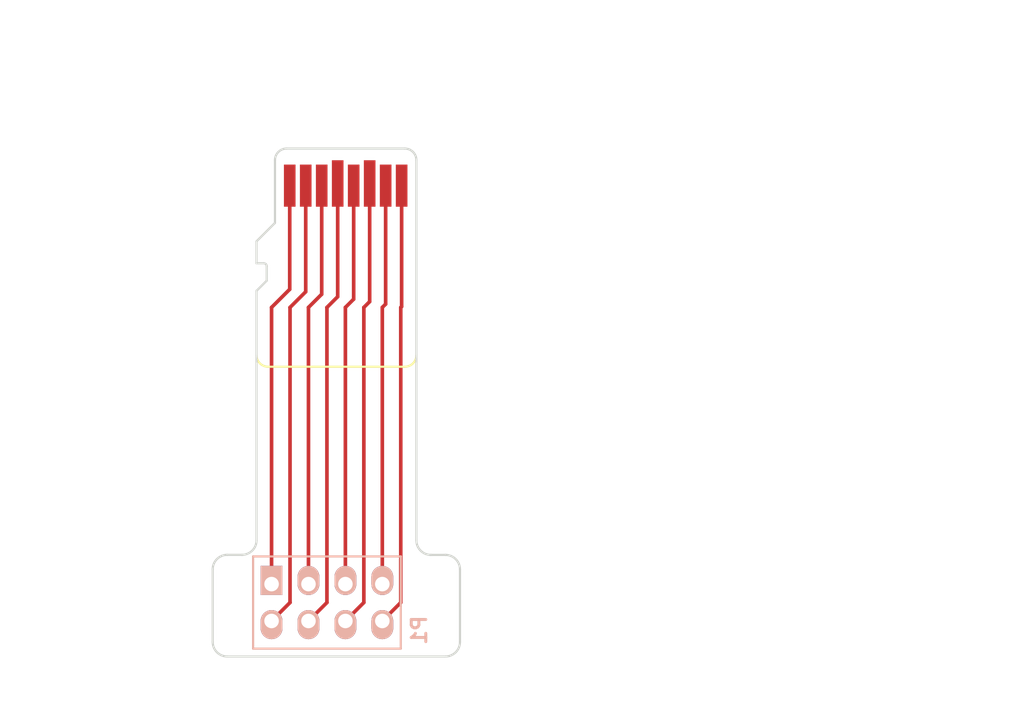
<source format=kicad_pcb>
(kicad_pcb (version 4) (host pcbnew 4.0.2-stable)

  (general
    (links 8)
    (no_connects 0)
    (area 141.924999 89.949937 159.090001 125.075001)
    (thickness 1.6)
    (drawings 38)
    (tracks 28)
    (zones 0)
    (modules 2)
    (nets 9)
  )

  (page A4)
  (title_block
    (title "Micro SD card adapter")
    (date 2016-02-26)
    (rev 1)
    (company SRPOL)
    (comment 1 "Author: Adam Malinowski <a.malinowsk2@partner.samsung.com>")
    (comment 2 "Copyright (c) 2016 Samsung Electronics Co., Ltd All Rights Reserved")
  )

  (layers
    (0 F.Cu signal)
    (31 B.Cu signal)
    (32 B.Adhes user)
    (33 F.Adhes user)
    (34 B.Paste user)
    (35 F.Paste user)
    (36 B.SilkS user)
    (37 F.SilkS user)
    (38 B.Mask user)
    (39 F.Mask user)
    (40 Dwgs.User user)
    (41 Cmts.User user)
    (42 Eco1.User user)
    (43 Eco2.User user)
    (44 Edge.Cuts user)
    (45 Margin user)
    (46 B.CrtYd user)
    (47 F.CrtYd user)
    (48 B.Fab user)
    (49 F.Fab user)
  )

  (setup
    (last_trace_width 0.25)
    (trace_clearance 0.1524)
    (zone_clearance 0.508)
    (zone_45_only no)
    (trace_min 0.1524)
    (segment_width 0.15)
    (edge_width 0.15)
    (via_size 0.6)
    (via_drill 0.4)
    (via_min_size 0.4)
    (via_min_drill 0.3)
    (uvia_size 0.3)
    (uvia_drill 0.1)
    (uvias_allowed no)
    (uvia_min_size 0.2)
    (uvia_min_drill 0.1)
    (pcb_text_width 0.3)
    (pcb_text_size 1.5 1.5)
    (mod_edge_width 0.15)
    (mod_text_size 1 1)
    (mod_text_width 0.15)
    (pad_size 0.8 2.9)
    (pad_drill 0)
    (pad_to_mask_clearance 0.2)
    (aux_axis_origin 0 0)
    (visible_elements FFFFFF7F)
    (pcbplotparams
      (layerselection 0x010f0_80000001)
      (usegerberextensions true)
      (excludeedgelayer true)
      (linewidth 0.200000)
      (plotframeref false)
      (viasonmask false)
      (mode 1)
      (useauxorigin false)
      (hpglpennumber 1)
      (hpglpenspeed 20)
      (hpglpendiameter 15)
      (hpglpenoverlay 2)
      (psnegative false)
      (psa4output false)
      (plotreference true)
      (plotvalue true)
      (plotinvisibletext false)
      (padsonsilk true)
      (subtractmaskfromsilk false)
      (outputformat 1)
      (mirror false)
      (drillshape 0)
      (scaleselection 1)
      (outputdirectory fabrication-files/))
  )

  (net 0 "")
  (net 1 /N8)
  (net 2 /N7)
  (net 3 /N6)
  (net 4 /N5)
  (net 5 /N4)
  (net 6 /N3)
  (net 7 /N2)
  (net 8 /N1)

  (net_class Default "This is the default net class."
    (clearance 0.1524)
    (trace_width 0.25)
    (via_dia 0.6)
    (via_drill 0.4)
    (uvia_dia 0.3)
    (uvia_drill 0.1)
    (add_net /N1)
    (add_net /N2)
    (add_net /N3)
    (add_net /N4)
    (add_net /N5)
    (add_net /N6)
    (add_net /N7)
    (add_net /N8)
  )

  (module connectors:PSB_IDC_4x2 (layer B.Cu) (tedit 57681E36) (tstamp 57681FCA)
    (at 149.86 121.285)
    (descr "PINS Box 4x2 2.54")
    (tags "CONN DEV")
    (path /561E0431)
    (fp_text reference P1 (at 6.35 1.905 270) (layer B.SilkS)
      (effects (font (size 1 1) (thickness 0.2032)) (justify mirror))
    )
    (fp_text value CONN_02X04 (at 0 -4.445) (layer B.SilkS) hide
      (effects (font (size 1 1) (thickness 0.2032)) (justify mirror))
    )
    (fp_line (start -5.08 3.175) (end 5.08 3.175) (layer B.SilkS) (width 0.15))
    (fp_line (start 5.08 3.175) (end 5.08 -3.175) (layer B.SilkS) (width 0.15))
    (fp_line (start 5.08 -3.175) (end -5.08 -3.175) (layer B.SilkS) (width 0.15))
    (fp_line (start -5.08 -3.175) (end -5.08 3.175) (layer B.SilkS) (width 0.15))
    (pad 8 thru_hole oval (at 3.81 1.27) (size 1.5 2) (drill 1 (offset 0 0.25)) (layers *.Cu *.Mask B.SilkS)
      (net 1 /N8))
    (pad 7 thru_hole oval (at 3.81 -1.27) (size 1.5 2) (drill 1 (offset 0 -0.25)) (layers *.Cu *.Mask B.SilkS)
      (net 2 /N7))
    (pad 1 thru_hole rect (at -3.81 -1.27) (size 1.5 2) (drill 1 (offset 0 -0.25)) (layers *.Cu *.Mask B.SilkS)
      (net 8 /N1))
    (pad 2 thru_hole oval (at -3.81 1.27) (size 1.5 2) (drill 1 (offset 0 0.25)) (layers *.Cu *.Mask B.SilkS)
      (net 7 /N2))
    (pad 3 thru_hole oval (at -1.27 -1.27) (size 1.5 2) (drill 1 (offset 0 -0.25)) (layers *.Cu *.Mask B.SilkS)
      (net 6 /N3))
    (pad 4 thru_hole oval (at -1.27 1.27) (size 1.5 2) (drill 1 (offset 0 0.25)) (layers *.Cu *.Mask B.SilkS)
      (net 5 /N4))
    (pad 5 thru_hole oval (at 1.27 -1.27) (size 1.5 2) (drill 1 (offset 0 -0.25)) (layers *.Cu *.Mask B.SilkS)
      (net 4 /N5))
    (pad 6 thru_hole oval (at 1.27 1.27) (size 1.5 2) (drill 1 (offset 0 0.25)) (layers *.Cu *.Mask B.SilkS)
      (net 3 /N6))
  )

  (module connectors:usd (layer F.Cu) (tedit 561E0908) (tstamp 561EEEF7)
    (at 147.3 92.58)
    (path /561E06AA)
    (fp_text reference J1 (at 3.79 2.35) (layer F.SilkS) hide
      (effects (font (size 1 1) (thickness 0.15)))
    )
    (fp_text value usd-plug (at 3.64 -2.55) (layer F.Fab) hide
      (effects (font (size 1 1) (thickness 0.15)))
    )
    (pad 8 smd rect (at 7.7 0) (size 0.8 2.9) (layers F.Cu F.Paste F.Mask)
      (net 1 /N8))
    (pad 7 smd rect (at 6.6 0) (size 0.8 2.9) (layers F.Cu F.Paste F.Mask)
      (net 2 /N7))
    (pad 6 smd rect (at 5.5 -0.15) (size 0.8 3.2) (layers F.Cu F.Paste F.Mask)
      (net 3 /N6))
    (pad 5 smd rect (at 4.4 0) (size 0.8 2.9) (layers F.Cu F.Paste F.Mask)
      (net 4 /N5))
    (pad 4 smd rect (at 3.3 -0.15) (size 0.8 3.2) (layers F.Cu F.Paste F.Mask)
      (net 5 /N4))
    (pad 3 smd rect (at 2.2 0) (size 0.8 2.9) (layers F.Cu F.Paste F.Mask)
      (net 6 /N3))
    (pad 2 smd rect (at 1.1 0) (size 0.8 2.9) (layers F.Cu F.Paste F.Mask)
      (net 7 /N2))
    (pad 1 smd rect (at 0 0) (size 0.8 2.9) (layers F.Cu F.Paste F.Mask)
      (net 8 /N1))
  )

  (gr_line (start 144.015 118) (end 143 118) (angle 90) (layer Edge.Cuts) (width 0.15))
  (gr_line (start 157.015 118.005) (end 158.025 118.005) (angle 90) (layer Edge.Cuts) (width 0.15))
  (gr_arc (start 143 124) (end 143 125) (angle 90) (layer Edge.Cuts) (width 0.15))
  (gr_arc (start 143 119) (end 142 119) (angle 90) (layer Edge.Cuts) (width 0.15))
  (gr_arc (start 158.015 124) (end 159.015 124) (angle 90) (layer Edge.Cuts) (width 0.15))
  (gr_arc (start 158.015 119.005) (end 158.015 118.005) (angle 90) (layer Edge.Cuts) (width 0.15))
  (gr_arc (start 157.015 117.005) (end 157.015 118.005) (angle 90) (layer Edge.Cuts) (width 0.15))
  (gr_line (start 158.015 125) (end 143 125) (angle 90) (layer Edge.Cuts) (width 0.15))
  (gr_line (start 159.015 119.005) (end 159.015 124) (angle 90) (layer Edge.Cuts) (width 0.15))
  (gr_line (start 142 119) (end 142 124) (angle 90) (layer Edge.Cuts) (width 0.15))
  (gr_arc (start 144.015 117) (end 145.015 117) (angle 90) (layer Edge.Cuts) (width 0.15))
  (dimension 17 (width 0.3) (layer Dwgs.User)
    (gr_text "17.000 mm" (at 150.5 130.35) (layer Dwgs.User)
      (effects (font (size 1.5 1.5) (thickness 0.3)))
    )
    (feature1 (pts (xy 159 127) (xy 159 131.7)))
    (feature2 (pts (xy 142 127) (xy 142 131.7)))
    (crossbar (pts (xy 142 129) (xy 159 129)))
    (arrow1a (pts (xy 159 129) (xy 157.873496 129.586421)))
    (arrow1b (pts (xy 159 129) (xy 157.873496 128.413579)))
    (arrow2a (pts (xy 142 129) (xy 143.126504 129.586421)))
    (arrow2b (pts (xy 142 129) (xy 143.126504 128.413579)))
  )
  (dimension 35 (width 0.3) (layer Dwgs.User)
    (gr_text "35.000 mm" (at 133.65 107.5 270) (layer Dwgs.User)
      (effects (font (size 1.5 1.5) (thickness 0.3)))
    )
    (feature1 (pts (xy 147 125) (xy 132.3 125)))
    (feature2 (pts (xy 147 90) (xy 132.3 90)))
    (crossbar (pts (xy 135 90) (xy 135 125)))
    (arrow1a (pts (xy 135 125) (xy 134.413579 123.873496)))
    (arrow1b (pts (xy 135 125) (xy 135.586421 123.873496)))
    (arrow2a (pts (xy 135 90) (xy 134.413579 91.126504)))
    (arrow2b (pts (xy 135 90) (xy 135.586421 91.126504)))
  )
  (gr_line (start 156.4 89.95) (end 157.3 89.6) (layer Cmts.User) (width 0.15))
  (gr_line (start 156.4 89.95) (end 156.75 89.05) (layer Cmts.User) (width 0.15))
  (gr_text "2. Contacts coppered with gold" (at 179.55 83.4) (layer Cmts.User)
    (effects (font (size 1.5 1.5) (thickness 0.1)))
  )
  (gr_line (start 161.65 84.6) (end 197.75 84.6) (layer Cmts.User) (width 0.15))
  (gr_line (start 156.4 89.95) (end 161.65 84.6) (layer Cmts.User) (width 0.15))
  (gr_line (start 156.75 89.55) (end 145.75 89.55) (layer Cmts.User) (width 0.15))
  (gr_line (start 156.75 94.55) (end 156.75 89.55) (layer Cmts.User) (width 0.15))
  (gr_line (start 145.75 94.55) (end 156.75 94.55) (layer Cmts.User) (width 0.15))
  (gr_line (start 145.75 89.55) (end 145.75 94.55) (layer Cmts.User) (width 0.15))
  (gr_text "1. Board thickness: 0.8mm" (at 176.95 80.85) (layer Cmts.User)
    (effects (font (size 1.5 1.5) (thickness 0.1)))
  )
  (gr_line (start 145.82 105.05) (end 155.215 105.05) (angle 90) (layer F.SilkS) (width 0.15) (tstamp 561EF05F))
  (gr_arc (start 145.815 104.25) (end 145.815 105.05) (angle 90) (layer F.SilkS) (width 0.15) (tstamp 561EF059))
  (gr_arc (start 155.215 104.25) (end 156.015 104.25) (angle 90) (layer F.SilkS) (width 0.15) (tstamp 561EF051))
  (gr_arc (start 145.515 98.125) (end 145.715 98.125) (angle -90) (layer Edge.Cuts) (width 0.15))
  (gr_line (start 146.285 95.145) (end 146.285 90.825) (angle 90) (layer Edge.Cuts) (width 0.15))
  (gr_line (start 145.715 99.125) (end 145.015 99.825) (angle 90) (layer Edge.Cuts) (width 0.15))
  (gr_line (start 145.715 98.125) (end 145.715 99.125) (angle 90) (layer Edge.Cuts) (width 0.15))
  (gr_line (start 145.015 97.925) (end 145.515 97.925) (angle 90) (layer Edge.Cuts) (width 0.15))
  (gr_line (start 145.015 96.425) (end 145.015 97.925) (angle 90) (layer Edge.Cuts) (width 0.15))
  (gr_line (start 146.285 95.145) (end 145.015 96.415) (angle 90) (layer Edge.Cuts) (width 0.15))
  (gr_arc (start 147.085 90.825) (end 147.085 90.025) (angle -90) (layer Edge.Cuts) (width 0.15))
  (gr_arc (start 155.215 90.825) (end 156.015 90.815) (angle -90) (layer Edge.Cuts) (width 0.15))
  (gr_line (start 156.015 117) (end 156.015 90.825) (angle 90) (layer Edge.Cuts) (width 0.15))
  (gr_line (start 145.015 99.825) (end 145.015 117) (angle 90) (layer Edge.Cuts) (width 0.15))
  (gr_line (start 155.215 90.025) (end 147.085 90.025) (angle 90) (layer Edge.Cuts) (width 0.15))

  (segment (start 155 92.58) (end 155 100.905) (width 0.25) (layer F.Cu) (net 1))
  (segment (start 154.94 121.285) (end 153.67 122.555) (width 0.25) (layer F.Cu) (net 1) (tstamp 5790DFFB))
  (segment (start 154.94 100.965) (end 154.94 121.285) (width 0.25) (layer F.Cu) (net 1) (tstamp 5790DFF8))
  (segment (start 155 100.905) (end 154.94 100.965) (width 0.25) (layer F.Cu) (net 1) (tstamp 5790DFF3))
  (segment (start 153.9 92.58) (end 153.9 100.735) (width 0.25) (layer F.Cu) (net 2))
  (segment (start 153.67 100.965) (end 153.67 120.015) (width 0.25) (layer F.Cu) (net 2) (tstamp 5790DFF0))
  (segment (start 153.9 100.735) (end 153.67 100.965) (width 0.25) (layer F.Cu) (net 2) (tstamp 5790DFEF))
  (segment (start 152.8 92.43) (end 152.8 100.565) (width 0.25) (layer F.Cu) (net 3))
  (segment (start 152.4 121.285) (end 151.13 122.555) (width 0.25) (layer F.Cu) (net 3) (tstamp 5790DFEB))
  (segment (start 152.4 100.965) (end 152.4 121.285) (width 0.25) (layer F.Cu) (net 3) (tstamp 5790DFE9))
  (segment (start 152.8 100.565) (end 152.4 100.965) (width 0.25) (layer F.Cu) (net 3) (tstamp 5790DFE8))
  (segment (start 151.7 92.58) (end 151.7 100.395) (width 0.25) (layer F.Cu) (net 4))
  (segment (start 151.13 100.965) (end 151.13 120.015) (width 0.25) (layer F.Cu) (net 4) (tstamp 5790DFE5))
  (segment (start 151.7 100.395) (end 151.13 100.965) (width 0.25) (layer F.Cu) (net 4) (tstamp 5790DFE4))
  (segment (start 150.6 92.43) (end 150.6 100.225) (width 0.25) (layer F.Cu) (net 5))
  (segment (start 149.86 121.285) (end 148.59 122.555) (width 0.25) (layer F.Cu) (net 5) (tstamp 5790DFE0))
  (segment (start 149.86 100.965) (end 149.86 121.285) (width 0.25) (layer F.Cu) (net 5) (tstamp 5790DFDF))
  (segment (start 150.6 100.225) (end 149.86 100.965) (width 0.25) (layer F.Cu) (net 5) (tstamp 5790DFDE))
  (segment (start 149.5 92.58) (end 149.5 100.055) (width 0.25) (layer F.Cu) (net 6))
  (segment (start 148.59 100.965) (end 148.59 120.015) (width 0.25) (layer F.Cu) (net 6) (tstamp 5790DFDB))
  (segment (start 149.5 100.055) (end 148.59 100.965) (width 0.25) (layer F.Cu) (net 6) (tstamp 5790DFD9))
  (segment (start 148.4 92.58) (end 148.4 99.885) (width 0.25) (layer F.Cu) (net 7))
  (segment (start 147.32 121.285) (end 146.05 122.555) (width 0.25) (layer F.Cu) (net 7) (tstamp 5790DFD5))
  (segment (start 147.32 100.965) (end 147.32 121.285) (width 0.25) (layer F.Cu) (net 7) (tstamp 5790DFD2))
  (segment (start 148.4 99.885) (end 147.32 100.965) (width 0.25) (layer F.Cu) (net 7) (tstamp 5790DFD0))
  (segment (start 147.3 92.58) (end 147.3 99.715) (width 0.25) (layer F.Cu) (net 8))
  (segment (start 146.05 100.965) (end 146.05 120.015) (width 0.25) (layer F.Cu) (net 8) (tstamp 5790DFC5))
  (segment (start 147.3 99.715) (end 146.05 100.965) (width 0.25) (layer F.Cu) (net 8) (tstamp 5790DFC0))

)

</source>
